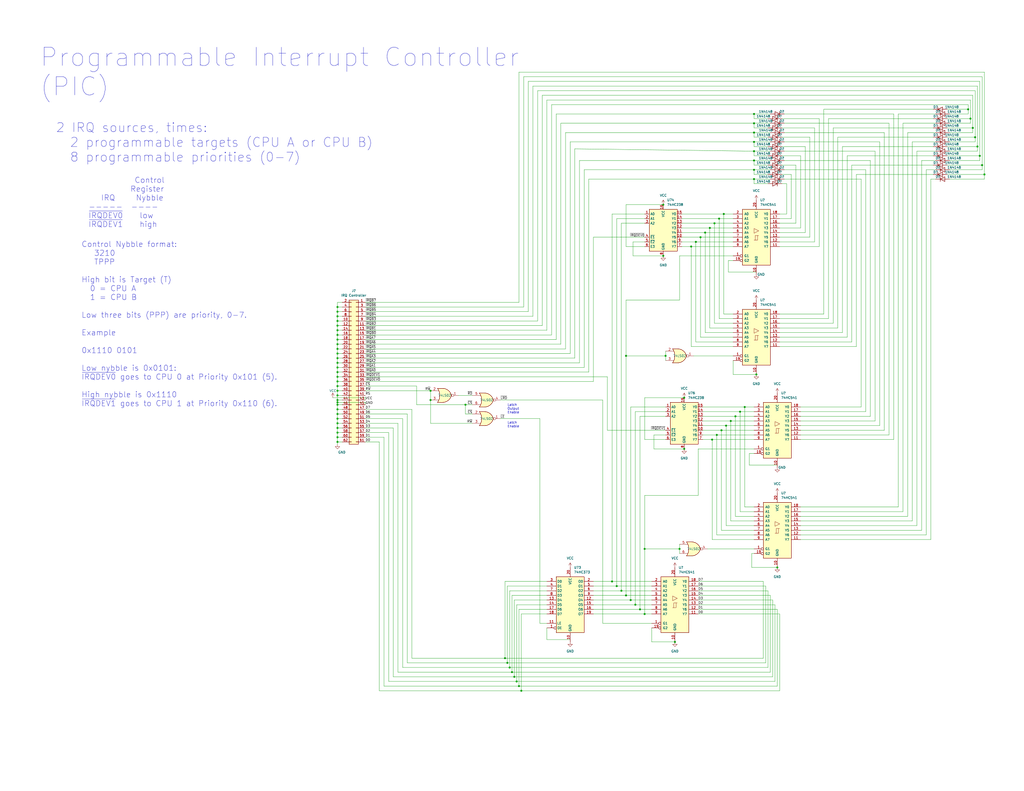
<source format=kicad_sch>
(kicad_sch (version 20211123) (generator eeschema)
  (paper "C")
  (junction (at 388.62 240.03))
  (junction (at 184.15 241.3))
  (junction (at 424.18 309.88))
  (junction (at 373.38 217.17))
  (junction (at 412.75 204.47))
  (junction (at 184.15 198.12))
  (junction (at 184.15 187.96))
  (junction (at 411.48 72.39))
  (junction (at 349.25 332.74))
  (junction (at 361.95 111.76))
  (junction (at 341.63 325.12))
  (junction (at 401.32 227.33))
  (junction (at 351.79 299.72))
  (junction (at 370.84 299.72))
  (junction (at 184.15 205.74))
  (junction (at 184.15 175.26))
  (junction (at 184.15 226.06))
  (junction (at 396.24 232.41))
  (junction (at 336.55 320.04))
  (junction (at 184.15 228.6))
  (junction (at 184.15 180.34))
  (junction (at 535.94 90.17))
  (junction (at 184.15 170.18))
  (junction (at 184.15 231.14))
  (junction (at 411.48 67.31))
  (junction (at 184.15 219.71))
  (junction (at 528.32 59.69))
  (junction (at 234.95 218.44))
  (junction (at 363.22 194.31))
  (junction (at 281.94 372.11))
  (junction (at 184.15 223.52))
  (junction (at 184.15 236.22))
  (junction (at 351.79 335.28))
  (junction (at 394.97 116.84))
  (junction (at 341.63 194.31))
  (junction (at 184.15 177.8))
  (junction (at 406.4 222.25))
  (junction (at 184.15 200.66))
  (junction (at 184.15 215.9))
  (junction (at 234.95 213.36))
  (junction (at 184.15 190.5))
  (junction (at 184.15 193.04))
  (junction (at 382.27 129.54))
  (junction (at 184.15 233.68))
  (junction (at 537.21 95.25))
  (junction (at 411.48 97.79))
  (junction (at 393.7 234.95))
  (junction (at 529.59 64.77))
  (junction (at 403.86 224.79))
  (junction (at 184.15 195.58))
  (junction (at 254 220.98))
  (junction (at 411.48 82.55))
  (junction (at 387.35 124.46))
  (junction (at 339.09 322.58))
  (junction (at 184.15 213.36))
  (junction (at 278.13 364.49))
  (junction (at 283.21 374.65))
  (junction (at 411.48 92.71))
  (junction (at 184.15 238.76))
  (junction (at 368.3 350.52))
  (junction (at 411.48 77.47))
  (junction (at 373.38 245.11))
  (junction (at 389.89 121.92))
  (junction (at 411.48 62.23))
  (junction (at 276.86 361.95))
  (junction (at 184.15 185.42))
  (junction (at 184.15 203.2))
  (junction (at 344.17 327.66))
  (junction (at 530.86 69.85))
  (junction (at 184.15 182.88))
  (junction (at 184.15 210.82))
  (junction (at 532.13 74.93))
  (junction (at 279.4 367.03))
  (junction (at 377.19 134.62))
  (junction (at 184.15 218.44))
  (junction (at 280.67 369.57))
  (junction (at 392.43 119.38))
  (junction (at 184.15 167.64))
  (junction (at 284.48 377.19))
  (junction (at 184.15 172.72))
  (junction (at 384.81 127))
  (junction (at 184.15 208.28))
  (junction (at 184.15 220.98))
  (junction (at 411.48 87.63))
  (junction (at 379.73 132.08))
  (junction (at 361.95 139.7))
  (junction (at 334.01 317.5))
  (junction (at 398.78 229.87))
  (junction (at 346.71 330.2))
  (junction (at 534.67 85.09))
  (junction (at 533.4 80.01))
  (junction (at 391.16 237.49))
  (junction (at 275.59 359.41))
  (wire (pts (xy 234.95 213.36) (xy 234.95 218.44)))
  (wire (pts (xy 436.88 224.79) (xy 472.44 224.79)))
  (wire (pts (xy 349.25 227.33) (xy 349.25 332.74)))
  (wire (pts (xy 530.86 69.85) (xy 530.86 52.07)))
  (wire (pts (xy 341.63 111.76) (xy 361.95 111.76)))
  (wire (pts (xy 334.01 116.84) (xy 334.01 317.5)))
  (wire (pts (xy 184.15 175.26) (xy 184.15 177.8)))
  (wire (pts (xy 345.44 132.08) (xy 345.44 139.7)))
  (wire (pts (xy 323.85 335.28) (xy 351.79 335.28)))
  (wire (pts (xy 184.15 219.71) (xy 199.39 219.71)))
  (wire (pts (xy 276.86 320.04) (xy 276.86 361.95)))
  (wire (pts (xy 532.13 74.93) (xy 532.13 77.47)))
  (wire (pts (xy 411.48 237.49) (xy 391.16 237.49)))
  (wire (pts (xy 411.48 222.25) (xy 406.4 222.25)))
  (wire (pts (xy 434.34 90.17) (xy 434.34 121.92)))
  (wire (pts (xy 382.27 184.15) (xy 382.27 129.54)))
  (wire (pts (xy 184.15 170.18) (xy 186.69 170.18)))
  (wire (pts (xy 311.15 349.25) (xy 298.45 349.25)))
  (wire (pts (xy 184.15 238.76) (xy 184.15 241.3)))
  (wire (pts (xy 400.05 134.62) (xy 377.19 134.62)))
  (wire (pts (xy 184.15 210.82) (xy 186.69 210.82)))
  (wire (pts (xy 411.48 87.63) (xy 411.48 90.17)))
  (wire (pts (xy 436.88 284.48) (xy 497.84 284.48)))
  (wire (pts (xy 400.05 179.07) (xy 387.35 179.07)))
  (wire (pts (xy 279.4 325.12) (xy 298.45 325.12)))
  (wire (pts (xy 184.15 215.9) (xy 186.69 215.9)))
  (wire (pts (xy 482.6 72.39) (xy 482.6 234.95)))
  (wire (pts (xy 351.79 299.72) (xy 370.84 299.72)))
  (wire (pts (xy 534.67 85.09) (xy 534.67 44.45)))
  (wire (pts (xy 184.15 187.96) (xy 186.69 187.96)))
  (wire (pts (xy 346.71 224.79) (xy 346.71 330.2)))
  (wire (pts (xy 420.4343 72.39) (xy 411.48 72.39)))
  (wire (pts (xy 436.88 276.86) (xy 490.22 276.86)))
  (wire (pts (xy 290.83 46.99) (xy 290.83 172.72)))
  (wire (pts (xy 341.63 194.31) (xy 363.22 194.31)))
  (wire (pts (xy 370.84 139.7) (xy 400.05 139.7)))
  (wire (pts (xy 508 97.79) (xy 508 294.64)))
  (wire (pts (xy 411.48 97.79) (xy 411.48 100.33)))
  (wire (pts (xy 469.9 97.79) (xy 469.9 222.25)))
  (wire (pts (xy 477.52 82.55) (xy 477.52 229.87)))
  (wire (pts (xy 419.1 322.58) (xy 419.1 364.49)))
  (wire (pts (xy 464.82 90.17) (xy 464.82 186.69)))
  (wire (pts (xy 516.89 95.25) (xy 537.21 95.25)))
  (wire (pts (xy 425.45 181.61) (xy 459.74 181.61)))
  (wire (pts (xy 411.48 92.71) (xy 411.48 95.25)))
  (wire (pts (xy 516.89 80.01) (xy 533.4 80.01)))
  (wire (pts (xy 425.45 184.15) (xy 462.28 184.15)))
  (wire (pts (xy 436.88 294.64) (xy 508 294.64)))
  (wire (pts (xy 502.92 87.63) (xy 502.92 289.56)))
  (wire (pts (xy 254 220.98) (xy 254 226.06)))
  (wire (pts (xy 454.66 69.85) (xy 454.66 176.53)))
  (wire (pts (xy 480.06 77.47) (xy 427.99 77.47)))
  (wire (pts (xy 436.88 229.87) (xy 477.52 229.87)))
  (wire (pts (xy 184.15 198.12) (xy 184.15 200.66)))
  (wire (pts (xy 400.05 142.24) (xy 397.51 142.24)))
  (wire (pts (xy 378.46 194.31) (xy 400.05 194.31)))
  (wire (pts (xy 199.39 236.22) (xy 212.09 236.22)))
  (wire (pts (xy 184.15 172.72) (xy 184.15 175.26)))
  (wire (pts (xy 275.59 317.5) (xy 275.59 359.41)))
  (wire (pts (xy 406.4 222.25) (xy 406.4 276.86)))
  (wire (pts (xy 485.14 67.31) (xy 485.14 237.49)))
  (wire (pts (xy 278.13 322.58) (xy 298.45 322.58)))
  (wire (pts (xy 303.53 62.23) (xy 303.53 185.42)))
  (wire (pts (xy 425.45 335.28) (xy 425.45 377.19)))
  (wire (pts (xy 509.27 90.17) (xy 464.82 90.17)))
  (wire (pts (xy 411.48 92.71) (xy 318.77 92.71)))
  (wire (pts (xy 397.51 142.24) (xy 397.51 148.59)))
  (wire (pts (xy 184.15 187.96) (xy 184.15 190.5)))
  (wire (pts (xy 389.89 176.53) (xy 389.89 121.92)))
  (wire (pts (xy 351.79 217.17) (xy 373.38 217.17)))
  (wire (pts (xy 505.46 92.71) (xy 505.46 292.1)))
  (wire (pts (xy 199.39 219.71) (xy 199.39 220.98)))
  (wire (pts (xy 283.21 332.74) (xy 283.21 374.65)))
  (wire (pts (xy 439.42 80.01) (xy 439.42 127)))
  (wire (pts (xy 339.09 121.92) (xy 351.79 121.92)))
  (wire (pts (xy 420.37 82.55) (xy 411.48 82.55)))
  (wire (pts (xy 184.15 215.9) (xy 184.15 218.44)))
  (wire (pts (xy 227.33 220.98) (xy 254 220.98)))
  (wire (pts (xy 425.45 116.84) (xy 429.26 116.84)))
  (wire (pts (xy 429.26 100.33) (xy 429.26 116.84)))
  (wire (pts (xy 199.39 217.17) (xy 199.39 218.44)))
  (wire (pts (xy 372.11 129.54) (xy 382.27 129.54)))
  (wire (pts (xy 400.05 127) (xy 384.81 127)))
  (wire (pts (xy 452.12 64.77) (xy 509.27 64.77)))
  (wire (pts (xy 328.93 218.44) (xy 328.93 340.36)))
  (wire (pts (xy 323.85 325.12) (xy 341.63 325.12)))
  (wire (pts (xy 411.48 240.03) (xy 388.62 240.03)))
  (wire (pts (xy 537.21 39.37) (xy 283.21 39.37)))
  (wire (pts (xy 227.33 210.82) (xy 227.33 220.98)))
  (wire (pts (xy 485.14 67.31) (xy 427.99 67.31)))
  (wire (pts (xy 401.32 281.94) (xy 401.32 227.33)))
  (wire (pts (xy 467.36 95.25) (xy 467.36 189.23)))
  (wire (pts (xy 495.3 72.39) (xy 495.3 281.94)))
  (wire (pts (xy 431.8 95.25) (xy 426.72 95.25)))
  (wire (pts (xy 419.1 64.77) (xy 411.48 64.77)))
  (wire (pts (xy 184.15 219.71) (xy 184.15 220.98)))
  (wire (pts (xy 278.13 364.49) (xy 419.1 364.49)))
  (wire (pts (xy 372.11 134.62) (xy 377.19 134.62)))
  (wire (pts (xy 351.79 270.51) (xy 351.79 299.72)))
  (wire (pts (xy 184.15 231.14) (xy 184.15 233.68)))
  (wire (pts (xy 363.22 234.95) (xy 331.47 234.95)))
  (wire (pts (xy 394.97 171.45) (xy 400.05 171.45)))
  (wire (pts (xy 199.39 203.2) (xy 321.31 203.2)))
  (wire (pts (xy 537.21 95.25) (xy 537.21 39.37)))
  (wire (pts (xy 276.86 320.04) (xy 298.45 320.04)))
  (wire (pts (xy 217.17 367.03) (xy 279.4 367.03)))
  (wire (pts (xy 349.25 227.33) (xy 363.22 227.33)))
  (wire (pts (xy 184.15 195.58) (xy 184.15 198.12)))
  (wire (pts (xy 184.15 238.76) (xy 186.69 238.76)))
  (wire (pts (xy 530.86 72.39) (xy 518.16 72.39)))
  (wire (pts (xy 184.15 213.36) (xy 186.69 213.36)))
  (wire (pts (xy 400.05 189.23) (xy 377.19 189.23)))
  (wire (pts (xy 467.36 95.25) (xy 509.27 95.25)))
  (wire (pts (xy 184.15 241.3) (xy 184.15 242.57)))
  (wire (pts (xy 436.88 279.4) (xy 492.76 279.4)))
  (wire (pts (xy 199.39 185.42) (xy 303.53 185.42)))
  (wire (pts (xy 184.15 203.2) (xy 186.69 203.2)))
  (wire (pts (xy 424.18 332.74) (xy 424.18 374.65)))
  (wire (pts (xy 356.87 237.49) (xy 356.87 245.11)))
  (wire (pts (xy 184.15 185.42) (xy 186.69 185.42)))
  (wire (pts (xy 341.63 163.83) (xy 370.84 163.83)))
  (wire (pts (xy 316.23 87.63) (xy 316.23 198.12)))
  (wire (pts (xy 351.79 335.28) (xy 355.6 335.28)))
  (wire (pts (xy 408.94 254) (xy 424.18 254)))
  (wire (pts (xy 411.48 72.39) (xy 308.61 72.39)))
  (wire (pts (xy 400.05 186.69) (xy 379.73 186.69)))
  (wire (pts (xy 411.48 62.23) (xy 411.48 64.77)))
  (wire (pts (xy 411.48 87.63) (xy 316.23 87.63)))
  (wire (pts (xy 400.05 132.08) (xy 379.73 132.08)))
  (wire (pts (xy 411.48 77.47) (xy 411.48 80.01)))
  (wire (pts (xy 339.09 322.58) (xy 355.6 322.58)))
  (wire (pts (xy 454.66 69.85) (xy 509.27 69.85)))
  (wire (pts (xy 279.4 367.03) (xy 420.37 367.03)))
  (wire (pts (xy 425.45 127) (xy 439.42 127)))
  (wire (pts (xy 397.51 148.59) (xy 412.75 148.59)))
  (wire (pts (xy 184.15 226.06) (xy 184.15 228.6)))
  (wire (pts (xy 436.88 85.09) (xy 436.88 124.46)))
  (wire (pts (xy 516.89 74.93) (xy 532.13 74.93)))
  (wire (pts (xy 370.84 139.7) (xy 370.84 163.83)))
  (wire (pts (xy 529.59 64.77) (xy 529.59 54.61)))
  (wire (pts (xy 184.15 170.18) (xy 184.15 172.72)))
  (wire (pts (xy 487.68 62.23) (xy 487.68 240.03)))
  (wire (pts (xy 199.39 226.06) (xy 222.25 226.06)))
  (wire (pts (xy 462.28 85.09) (xy 462.28 184.15)))
  (wire (pts (xy 341.63 325.12) (xy 355.6 325.12)))
  (wire (pts (xy 492.76 67.31) (xy 510.54 67.31)))
  (wire (pts (xy 533.4 80.01) (xy 533.4 46.99)))
  (wire (pts (xy 184.15 165.1) (xy 184.15 167.64)))
  (wire (pts (xy 184.15 228.6) (xy 184.15 231.14)))
  (wire (pts (xy 381 327.66) (xy 421.64 327.66)))
  (wire (pts (xy 426.72 69.85) (xy 444.5 69.85)))
  (wire (pts (xy 492.76 67.31) (xy 492.76 279.4)))
  (wire (pts (xy 222.25 226.06) (xy 222.25 361.95)))
  (wire (pts (xy 411.48 281.94) (xy 401.32 281.94)))
  (wire (pts (xy 379.73 186.69) (xy 379.73 132.08)))
  (wire (pts (xy 199.39 228.6) (xy 219.71 228.6)))
  (wire (pts (xy 280.67 327.66) (xy 298.45 327.66)))
  (wire (pts (xy 323.85 330.2) (xy 346.71 330.2)))
  (wire (pts (xy 425.45 134.62) (xy 447.04 134.62)))
  (wire (pts (xy 509.27 80.01) (xy 459.74 80.01)))
  (wire (pts (xy 400.05 129.54) (xy 382.27 129.54)))
  (wire (pts (xy 436.88 222.25) (xy 469.9 222.25)))
  (wire (pts (xy 199.39 172.72) (xy 290.83 172.72)))
  (wire (pts (xy 184.15 208.28) (xy 186.69 208.28)))
  (wire (pts (xy 199.39 193.04) (xy 311.15 193.04)))
  (wire (pts (xy 355.6 350.52) (xy 368.3 350.52)))
  (wire (pts (xy 411.48 284.48) (xy 398.78 284.48)))
  (wire (pts (xy 534.67 44.45) (xy 288.29 44.45)))
  (wire (pts (xy 425.45 121.92) (xy 434.34 121.92)))
  (wire (pts (xy 234.95 231.14) (xy 257.81 231.14)))
  (wire (pts (xy 411.48 224.79) (xy 403.86 224.79)))
  (wire (pts (xy 254 220.98) (xy 257.81 220.98)))
  (wire (pts (xy 351.79 132.08) (xy 345.44 132.08)))
  (wire (pts (xy 181.61 217.17) (xy 199.39 217.17)))
  (wire (pts (xy 396.24 287.02) (xy 396.24 232.41)))
  (wire (pts (xy 184.15 198.12) (xy 186.69 198.12)))
  (wire (pts (xy 516.89 90.17) (xy 535.94 90.17)))
  (wire (pts (xy 331.47 205.74) (xy 331.47 234.95)))
  (wire (pts (xy 199.39 165.1) (xy 283.21 165.1)))
  (wire (pts (xy 372.11 116.84) (xy 394.97 116.84)))
  (wire (pts (xy 323.85 327.66) (xy 344.17 327.66)))
  (wire (pts (xy 441.96 74.93) (xy 426.7843 74.93)))
  (wire (pts (xy 487.68 62.23) (xy 427.99 62.23)))
  (wire (pts (xy 199.39 238.76) (xy 209.55 238.76)))
  (wire (pts (xy 351.79 299.72) (xy 351.79 335.28)))
  (wire (pts (xy 490.22 62.23) (xy 510.54 62.23)))
  (wire (pts (xy 436.88 292.1) (xy 505.46 292.1)))
  (wire (pts (xy 184.15 180.34) (xy 186.69 180.34)))
  (wire (pts (xy 341.63 134.62) (xy 341.63 111.76)))
  (wire (pts (xy 444.5 69.85) (xy 444.5 132.08)))
  (wire (pts (xy 336.55 119.38) (xy 336.55 320.04)))
  (wire (pts (xy 199.39 175.26) (xy 293.37 175.26)))
  (wire (pts (xy 386.08 299.72) (xy 411.48 299.72)))
  (wire (pts (xy 420.37 62.23) (xy 411.48 62.23)))
  (wire (pts (xy 184.15 228.6) (xy 186.69 228.6)))
  (wire (pts (xy 283.21 39.37) (xy 283.21 165.1)))
  (wire (pts (xy 528.32 59.69) (xy 516.89 59.69)))
  (wire (pts (xy 400.05 181.61) (xy 384.81 181.61)))
  (wire (pts (xy 411.48 289.56) (xy 393.7 289.56)))
  (wire (pts (xy 184.15 205.74) (xy 186.69 205.74)))
  (wire (pts (xy 518.16 97.79) (xy 537.21 97.79)))
  (wire (pts (xy 199.39 180.34) (xy 298.45 180.34)))
  (wire (pts (xy 411.48 67.31) (xy 306.07 67.31)))
  (wire (pts (xy 528.32 59.69) (xy 528.32 57.15)))
  (wire (pts (xy 363.22 194.31) (xy 363.22 196.85)))
  (wire (pts (xy 420.37 97.79) (xy 411.48 97.79)))
  (wire (pts (xy 199.39 198.12) (xy 316.23 198.12)))
  (wire (pts (xy 509.27 85.09) (xy 462.28 85.09)))
  (wire (pts (xy 400.05 124.46) (xy 387.35 124.46)))
  (wire (pts (xy 431.8 95.25) (xy 431.8 119.38)))
  (wire (pts (xy 436.88 240.03) (xy 487.68 240.03)))
  (wire (pts (xy 419.1 95.25) (xy 411.48 95.25)))
  (wire (pts (xy 356.87 245.11) (xy 373.38 245.11)))
  (wire (pts (xy 363.22 224.79) (xy 346.71 224.79)))
  (wire (pts (xy 294.64 228.6) (xy 294.64 340.36)))
  (wire (pts (xy 400.05 196.85) (xy 400.05 204.47)))
  (wire (pts (xy 417.83 320.04) (xy 417.83 361.95)))
  (wire (pts (xy 452.12 64.77) (xy 452.12 173.99)))
  (wire (pts (xy 480.06 77.47) (xy 480.06 232.41)))
  (wire (pts (xy 383.54 227.33) (xy 401.32 227.33)))
  (wire (pts (xy 391.16 292.1) (xy 391.16 237.49)))
  (wire (pts (xy 288.29 44.45) (xy 288.29 170.18)))
  (wire (pts (xy 199.39 170.18) (xy 288.29 170.18)))
  (wire (pts (xy 510.54 82.55) (xy 500.38 82.55)))
  (wire (pts (xy 344.17 327.66) (xy 355.6 327.66)))
  (wire (pts (xy 323.85 320.04) (xy 336.55 320.04)))
  (wire (pts (xy 351.79 270.51) (xy 381 270.51)))
  (wire (pts (xy 351.79 134.62) (xy 341.63 134.62)))
  (wire (pts (xy 184.15 182.88) (xy 186.69 182.88)))
  (wire (pts (xy 383.54 237.49) (xy 391.16 237.49)))
  (wire (pts (xy 184.15 208.28) (xy 184.15 210.82)))
  (wire (pts (xy 298.45 54.61) (xy 298.45 180.34)))
  (wire (pts (xy 411.48 100.33) (xy 419.1 100.33)))
  (wire (pts (xy 384.81 181.61) (xy 384.81 127)))
  (wire (pts (xy 400.05 173.99) (xy 392.43 173.99)))
  (wire (pts (xy 280.67 369.57) (xy 214.63 369.57)))
  (wire (pts (xy 283.21 332.74) (xy 298.45 332.74)))
  (wire (pts (xy 372.11 127) (xy 384.81 127)))
  (wire (pts (xy 278.13 322.58) (xy 278.13 364.49)))
  (wire (pts (xy 400.05 121.92) (xy 389.89 121.92)))
  (wire (pts (xy 281.94 330.2) (xy 298.45 330.2)))
  (wire (pts (xy 420.37 67.31) (xy 411.48 67.31)))
  (wire (pts (xy 411.48 227.33) (xy 401.32 227.33)))
  (wire (pts (xy 509.27 59.69) (xy 449.58 59.69)))
  (wire (pts (xy 184.15 193.04) (xy 184.15 195.58)))
  (wire (pts (xy 411.48 97.79) (xy 321.31 97.79)))
  (wire (pts (xy 411.48 62.23) (xy 303.53 62.23)))
  (wire (pts (xy 416.56 317.5) (xy 416.56 359.41)))
  (wire (pts (xy 184.15 218.44) (xy 184.15 219.71)))
  (wire (pts (xy 250.19 215.9) (xy 257.81 215.9)))
  (wire (pts (xy 434.34 90.17) (xy 426.72 90.17)))
  (wire (pts (xy 411.48 229.87) (xy 398.78 229.87)))
  (wire (pts (xy 381 322.58) (xy 419.1 322.58)))
  (wire (pts (xy 381 320.04) (xy 417.83 320.04)))
  (wire (pts (xy 529.59 64.77) (xy 529.59 67.31)))
  (wire (pts (xy 370.84 299.72) (xy 370.84 302.26)))
  (wire (pts (xy 472.44 92.71) (xy 427.99 92.71)))
  (wire (pts (xy 318.77 92.71) (xy 318.77 200.66)))
  (wire (pts (xy 300.99 57.15) (xy 300.99 182.88)))
  (wire (pts (xy 184.15 165.1) (xy 186.69 165.1)))
  (wire (pts (xy 351.79 119.38) (xy 336.55 119.38)))
  (wire (pts (xy 199.39 190.5) (xy 308.61 190.5)))
  (wire (pts (xy 344.17 222.25) (xy 363.22 222.25)))
  (wire (pts (xy 184.15 180.34) (xy 184.15 182.88)))
  (wire (pts (xy 273.05 228.6) (xy 294.64 228.6)))
  (wire (pts (xy 199.39 233.68) (xy 214.63 233.68)))
  (wire (pts (xy 393.7 289.56) (xy 393.7 234.95)))
  (wire (pts (xy 279.4 325.12) (xy 279.4 367.03)))
  (wire (pts (xy 184.15 195.58) (xy 186.69 195.58)))
  (wire (pts (xy 199.39 195.58) (xy 313.69 195.58)))
  (wire (pts (xy 313.69 81.28) (xy 313.69 195.58)))
  (wire (pts (xy 436.88 234.95) (xy 482.6 234.95)))
  (wire (pts (xy 281.94 330.2) (xy 281.94 372.11)))
  (wire (pts (xy 425.45 129.54) (xy 441.96 129.54)))
  (wire (pts (xy 457.2 74.93) (xy 457.2 179.07)))
  (wire (pts (xy 184.15 205.74) (xy 184.15 208.28)))
  (wire (pts (xy 207.01 241.3) (xy 207.01 377.19)))
  (wire (pts (xy 184.15 236.22) (xy 186.69 236.22)))
  (wire (pts (xy 199.39 213.36) (xy 234.95 213.36)))
  (wire (pts (xy 311.15 77.47) (xy 311.15 193.04)))
  (wire (pts (xy 392.43 119.38) (xy 392.43 173.99)))
  (wire (pts (xy 214.63 233.68) (xy 214.63 369.57)))
  (wire (pts (xy 447.04 64.77) (xy 447.04 134.62)))
  (wire (pts (xy 529.59 54.61) (xy 298.45 54.61)))
  (wire (pts (xy 184.15 210.82) (xy 184.15 213.36)))
  (wire (pts (xy 381 332.74) (xy 424.18 332.74)))
  (wire (pts (xy 219.71 228.6) (xy 219.71 364.49)))
  (wire (pts (xy 377.19 189.23) (xy 377.19 134.62)))
  (wire (pts (xy 381 245.11) (xy 411.48 245.11)))
  (wire (pts (xy 419.1 80.01) (xy 411.48 80.01)))
  (wire (pts (xy 516.89 64.77) (xy 529.59 64.77)))
  (wire (pts (xy 351.79 240.03) (xy 351.79 217.17)))
  (wire (pts (xy 212.09 236.22) (xy 212.09 372.11)))
  (wire (pts (xy 184.15 200.66) (xy 184.15 203.2)))
  (wire (pts (xy 234.95 218.44) (xy 234.95 231.14)))
  (wire (pts (xy 184.15 233.68) (xy 184.15 236.22)))
  (wire (pts (xy 184.15 167.64) (xy 184.15 170.18)))
  (wire (pts (xy 323.85 129.54) (xy 323.85 208.28)))
  (wire (pts (xy 184.15 203.2) (xy 184.15 205.74)))
  (wire (pts (xy 411.48 279.4) (xy 403.86 279.4)))
  (wire (pts (xy 400.05 116.84) (xy 394.97 116.84)))
  (wire (pts (xy 306.07 67.31) (xy 306.07 187.96)))
  (wire (pts (xy 341.63 163.83) (xy 341.63 194.31)))
  (wire (pts (xy 275.59 359.41) (xy 416.56 359.41)))
  (wire (pts (xy 509.27 74.93) (xy 457.2 74.93)))
  (wire (pts (xy 383.54 229.87) (xy 398.78 229.87)))
  (wire (pts (xy 184.15 182.88) (xy 184.15 185.42)))
  (wire (pts (xy 528.32 57.15) (xy 300.99 57.15)))
  (wire (pts (xy 436.88 289.56) (xy 502.92 289.56)))
  (wire (pts (xy 323.85 317.5) (xy 334.01 317.5)))
  (wire (pts (xy 184.15 175.26) (xy 186.69 175.26)))
  (wire (pts (xy 472.44 92.71) (xy 472.44 224.79)))
  (wire (pts (xy 474.98 87.63) (xy 474.98 227.33)))
  (wire (pts (xy 308.61 72.39) (xy 308.61 190.5)))
  (wire (pts (xy 411.48 82.55) (xy 313.69 81.28)))
  (wire (pts (xy 381 325.12) (xy 420.37 325.12)))
  (wire (pts (xy 372.11 121.92) (xy 389.89 121.92)))
  (wire (pts (xy 510.54 77.47) (xy 497.84 77.47)))
  (wire (pts (xy 411.48 232.41) (xy 396.24 232.41)))
  (wire (pts (xy 516.89 85.09) (xy 534.67 85.09)))
  (wire (pts (xy 184.15 190.5) (xy 184.15 193.04)))
  (wire (pts (xy 184.15 213.36) (xy 184.15 215.9)))
  (wire (pts (xy 406.4 276.86) (xy 411.48 276.86)))
  (wire (pts (xy 184.15 218.44) (xy 186.69 218.44)))
  (wire (pts (xy 411.48 67.31) (xy 411.48 69.85)))
  (wire (pts (xy 224.79 223.52) (xy 224.79 359.41)))
  (wire (pts (xy 372.11 132.08) (xy 379.73 132.08)))
  (wire (pts (xy 184.15 231.14) (xy 186.69 231.14)))
  (wire (pts (xy 199.39 187.96) (xy 306.07 187.96)))
  (wire (pts (xy 370.84 297.18) (xy 370.84 299.72)))
  (wire (pts (xy 199.39 210.82) (xy 227.33 210.82)))
  (wire (pts (xy 283.21 374.65) (xy 209.55 374.65)))
  (wire (pts (xy 355.6 342.9) (xy 355.6 350.52)))
  (wire (pts (xy 199.39 177.8) (xy 295.91 177.8)))
  (wire (pts (xy 425.45 173.99) (xy 452.12 173.99)))
  (wire (pts (xy 403.86 224.79) (xy 383.54 224.79)))
  (wire (pts (xy 209.55 238.76) (xy 209.55 374.65)))
  (wire (pts (xy 436.88 227.33) (xy 474.98 227.33)))
  (wire (pts (xy 497.84 77.47) (xy 497.84 284.48)))
  (wire (pts (xy 424.18 309.88) (xy 410.21 309.88)))
  (wire (pts (xy 381 335.28) (xy 425.45 335.28)))
  (wire (pts (xy 278.13 364.49) (xy 219.71 364.49)))
  (wire (pts (xy 284.48 377.19) (xy 425.45 377.19)))
  (wire (pts (xy 345.44 139.7) (xy 361.95 139.7)))
  (wire (pts (xy 419.1 90.17) (xy 411.48 90.17)))
  (wire (pts (xy 508 97.79) (xy 510.54 97.79)))
  (wire (pts (xy 224.79 359.41) (xy 275.59 359.41)))
  (wire (pts (xy 419.1643 74.93) (xy 411.48 74.93)))
  (wire (pts (xy 381 330.2) (xy 422.91 330.2)))
  (wire (pts (xy 328.93 340.36) (xy 355.6 340.36)))
  (wire (pts (xy 528.32 59.69) (xy 528.32 62.23)))
  (wire (pts (xy 341.63 194.31) (xy 341.63 325.12)))
  (wire (pts (xy 411.48 287.02) (xy 396.24 287.02)))
  (wire (pts (xy 400.05 119.38) (xy 392.43 119.38)))
  (wire (pts (xy 436.88 237.49) (xy 485.14 237.49)))
  (wire (pts (xy 436.88 85.09) (xy 426.72 85.09)))
  (wire (pts (xy 510.54 87.63) (xy 502.92 87.63)))
  (wire (pts (xy 334.01 116.84) (xy 351.79 116.84)))
  (wire (pts (xy 425.45 189.23) (xy 467.36 189.23)))
  (wire (pts (xy 199.39 167.64) (xy 285.75 167.64)))
  (wire (pts (xy 403.86 224.79) (xy 403.86 279.4)))
  (wire (pts (xy 459.74 80.01) (xy 459.74 181.61)))
  (wire (pts (xy 425.45 171.45) (xy 449.58 171.45)))
  (wire (pts (xy 334.01 317.5) (xy 355.6 317.5)))
  (wire (pts (xy 439.42 80.01) (xy 426.72 80.01)))
  (wire (pts (xy 537.21 95.25) (xy 537.21 97.79)))
  (wire (pts (xy 534.67 85.09) (xy 534.67 87.63)))
  (wire (pts (xy 321.31 97.79) (xy 321.31 203.2)))
  (wire (pts (xy 275.59 317.5) (xy 298.45 317.5)))
  (wire (pts (xy 276.86 361.95) (xy 417.83 361.95)))
  (wire (pts (xy 383.54 222.25) (xy 406.4 222.25)))
  (wire (pts (xy 280.67 327.66) (xy 280.67 369.57)))
  (wire (pts (xy 419.1 85.09) (xy 411.48 85.09)))
  (wire (pts (xy 280.67 369.57) (xy 421.64 369.57)))
  (wire (pts (xy 184.15 193.04) (xy 186.69 193.04)))
  (wire (pts (xy 199.39 231.14) (xy 217.17 231.14)))
  (wire (pts (xy 425.45 186.69) (xy 464.82 186.69)))
  (wire (pts (xy 344.17 222.25) (xy 344.17 327.66)))
  (wire (pts (xy 323.85 322.58) (xy 339.09 322.58)))
  (wire (pts (xy 535.94 92.71) (xy 518.16 92.71)))
  (wire (pts (xy 410.21 302.26) (xy 411.48 302.26)))
  (wire (pts (xy 533.4 82.55) (xy 518.16 82.55)))
  (wire (pts (xy 349.25 332.74) (xy 355.6 332.74)))
  (wire (pts (xy 184.15 223.52) (xy 186.69 223.52)))
  (wire (pts (xy 222.25 361.95) (xy 276.86 361.95)))
  (wire (pts (xy 363.22 237.49) (xy 356.87 237.49)))
  (wire (pts (xy 199.39 200.66) (xy 318.77 200.66)))
  (wire (pts (xy 420.37 77.47) (xy 411.48 77.47)))
  (wire (pts (xy 411.48 294.64) (xy 388.62 294.64)))
  (wire (pts (xy 281.94 372.11) (xy 422.91 372.11)))
  (wire (pts (xy 420.37 87.63) (xy 411.48 87.63)))
  (wire (pts (xy 532.13 77.47) (xy 518.16 77.47)))
  (wire (pts (xy 420.37 325.12) (xy 420.37 367.03)))
  (wire (pts (xy 285.75 41.91) (xy 285.75 167.64)))
  (wire (pts (xy 411.48 234.95) (xy 393.7 234.95)))
  (wire (pts (xy 273.05 218.44) (xy 328.93 218.44)))
  (wire (pts (xy 408.94 247.65) (xy 408.94 254)))
  (wire (pts (xy 436.88 232.41) (xy 480.06 232.41)))
  (wire (pts (xy 199.39 223.52) (xy 224.79 223.52)))
  (wire (pts (xy 490.22 62.23) (xy 490.22 276.86)))
  (wire (pts (xy 516.89 69.85) (xy 530.86 69.85)))
  (wire (pts (xy 425.45 176.53) (xy 454.66 176.53)))
  (wire (pts (xy 411.48 77.47) (xy 311.15 77.47)))
  (wire (pts (xy 530.86 69.85) (xy 530.86 72.39)))
  (wire (pts (xy 323.85 332.74) (xy 349.25 332.74)))
  (wire (pts (xy 293.37 49.53) (xy 293.37 175.26)))
  (wire (pts (xy 410.21 309.88) (xy 410.21 302.26)))
  (wire (pts (xy 532.13 49.53) (xy 293.37 49.53)))
  (wire (pts (xy 533.4 46.99) (xy 290.83 46.99)))
  (wire (pts (xy 469.9 97.79) (xy 427.99 97.79)))
  (wire (pts (xy 184.15 172.72) (xy 186.69 172.72)))
  (wire (pts (xy 199.39 241.3) (xy 207.01 241.3)))
  (wire (pts (xy 283.21 374.65) (xy 424.18 374.65)))
  (wire (pts (xy 436.88 287.02) (xy 500.38 287.02)))
  (wire (pts (xy 254 226.06) (xy 257.81 226.06)))
  (wire (pts (xy 411.48 247.65) (xy 408.94 247.65)))
  (wire (pts (xy 363.22 191.77) (xy 363.22 194.31)))
  (wire (pts (xy 383.54 232.41) (xy 396.24 232.41)))
  (wire (pts (xy 295.91 52.07) (xy 295.91 177.8)))
  (wire (pts (xy 411.48 292.1) (xy 391.16 292.1)))
  (wire (pts (xy 400.05 204.47) (xy 412.75 204.47)))
  (wire (pts (xy 535.94 41.91) (xy 285.75 41.91)))
  (wire (pts (xy 184.15 220.98) (xy 184.15 223.52)))
  (wire (pts (xy 388.62 294.64) (xy 388.62 240.03)))
  (wire (pts (xy 381 245.11) (xy 381 270.51)))
  (wire (pts (xy 400.05 176.53) (xy 389.89 176.53)))
  (wire (pts (xy 420.37 92.71) (xy 411.48 92.71)))
  (wire (pts (xy 331.47 205.74) (xy 199.39 205.74)))
  (wire (pts (xy 447.04 64.77) (xy 426.72 64.77)))
  (wire (pts (xy 534.67 87.63) (xy 518.16 87.63)))
  (wire (pts (xy 383.54 240.03) (xy 388.62 240.03)))
  (wire (pts (xy 363.22 240.03) (xy 351.79 240.03)))
  (wire (pts (xy 441.96 74.93) (xy 441.96 129.54)))
  (wire (pts (xy 518.16 62.23) (xy 528.32 62.23)))
  (wire (pts (xy 184.15 233.68) (xy 186.69 233.68)))
  (wire (pts (xy 387.35 179.07) (xy 387.35 124.46)))
  (wire (pts (xy 336.55 320.04) (xy 355.6 320.04)))
  (wire (pts (xy 394.97 116.84) (xy 394.97 171.45)))
  (wire (pts (xy 530.86 52.07) (xy 295.91 52.07)))
  (wire (pts (xy 381 317.5) (xy 416.56 317.5)))
  (wire (pts (xy 426.72 100.33) (xy 429.26 100.33)))
  (wire (pts (xy 351.79 129.54) (xy 323.85 129.54)))
  (wire (pts (xy 184.15 177.8) (xy 186.69 177.8)))
  (wire (pts (xy 372.11 124.46) (xy 387.35 124.46)))
  (wire (pts (xy 184.15 190.5) (xy 186.69 190.5)))
  (wire (pts (xy 422.91 330.2) (xy 422.91 372.11)))
  (wire (pts (xy 436.88 281.94) (xy 495.3 281.94)))
  (wire (pts (xy 184.15 177.8) (xy 184.15 180.34)))
  (wire (pts (xy 184.15 236.22) (xy 184.15 238.76)))
  (wire (pts (xy 425.45 119.38) (xy 431.8 119.38)))
  (wire (pts (xy 510.54 92.71) (xy 505.46 92.71)))
  (wire (pts (xy 298.45 349.25) (xy 298.45 342.9)))
  (wire (pts (xy 199.39 182.88) (xy 300.99 182.88)))
  (wire (pts (xy 383.54 234.95) (xy 393.7 234.95)))
  (wire (pts (xy 411.48 69.85) (xy 419.1 69.85)))
  (wire (pts (xy 184.15 223.52) (xy 184.15 226.06)))
  (wire (pts (xy 449.58 59.69) (xy 449.58 171.45)))
  (wire (pts (xy 217.17 231.14) (xy 217.17 367.03)))
  (wire (pts (xy 532.13 74.93) (xy 532.13 49.53)))
  (wire (pts (xy 535.94 90.17) (xy 535.94 92.71)))
  (wire (pts (xy 184.15 200.66) (xy 186.69 200.66)))
  (wire (pts (xy 398.78 284.48) (xy 398.78 229.87)))
  (wire (pts (xy 477.52 82.55) (xy 427.99 82.55)))
  (wire (pts (xy 346.71 330.2) (xy 355.6 330.2)))
  (wire (pts (xy 184.15 167.64) (xy 186.69 167.64)))
  (wire (pts (xy 294.64 340.36) (xy 298.45 340.36)))
  (wire (pts (xy 474.98 87.63) (xy 427.99 87.63)))
  (wire (pts (xy 482.6 72.39) (xy 428.0543 72.39)))
  (wire (pts (xy 411.48 82.55) (xy 411.48 85.09)))
  (wire (pts (xy 298.45 335.28) (xy 284.48 335.28)))
  (wire (pts (xy 207.01 377.19) (xy 284.48 377.19)))
  (wire (pts (xy 339.09 121.92) (xy 339.09 322.58)))
  (wire (pts (xy 510.54 72.39) (xy 495.3 72.39)))
  (wire (pts (xy 500.38 82.55) (xy 500.38 287.02)))
  (wire (pts (xy 411.48 72.39) (xy 411.48 74.93)))
  (wire (pts (xy 184.15 185.42) (xy 184.15 187.96)))
  (wire (pts (xy 184.15 220.98) (xy 186.69 220.98)))
  (wire (pts (xy 425.45 179.07) (xy 457.2 179.07)))
  (wire (pts (xy 400.05 184.15) (xy 382.27 184.15)))
  (wire (pts (xy 518.16 67.31) (xy 529.59 67.31)))
  (wire (pts (xy 425.45 132.08) (xy 444.5 132.08)))
  (wire (pts (xy 392.43 119.38) (xy 372.11 119.38)))
  (wire (pts (xy 184.15 241.3) (xy 186.69 241.3)))
  (wire (pts (xy 533.4 80.01) (xy 533.4 82.55)))
  (wire (pts (xy 535.94 90.17) (xy 535.94 41.91)))
  (wire (pts (xy 421.64 327.66) (xy 421.64 369.57)))
  (wire (pts (xy 212.09 372.11) (xy 281.94 372.11)))
  (wire (pts (xy 425.45 124.46) (xy 436.88 124.46)))
  (wire (pts (xy 184.15 226.06) (xy 186.69 226.06)))
  (wire (pts (xy 199.39 208.28) (xy 323.85 208.28)))
  (wire (pts (xy 284.48 335.28) (xy 284.48 377.19)))
  (text "Control Nybble format:\n   3210\n   TPPP\n\nHigh bit is Target (T)\n  0 = CPU A\n  1 = CPU B\n\nLow three bits (PPP) are priority, 0-7.\n\nExample\n\n0x1110 0101 \n\nLow nybble is 0x0101: \n~{IRQDEV0} goes to CPU 0 at Priority 0x101 (5).\n\nHigh nybble is 0x1110\n~{IRQDEV1} goes to CPU 1 at Priority 0x110 (6).\n" (at 44.45 222.25 0) (effects (font (size 3 3)) (justify left bottom)))
  (text "           Control \n          Register\n   IRQ     Nybble\n-----  ----\n~{IRQDEV0}    low\n~{IRQDEV1}    high\n" (at 48.26 124.46 0) (effects (font (size 3 3)) (justify left bottom)))
  (text "2 IRQ sources, times:\n  2 programmable targets (CPU A or CPU B)\n  8 programmable priorities (0-7)" (at 30.48 88.9 0) (effects (font (size 5 5)) (justify left bottom)))
  (text "Latch\nEnable" (at 276.86 233.68 0) (effects (font (size 1.27 1.27)) (justify left bottom)))
  (text "Latch\nOutput\nEnable" (at 276.86 226.06 0) (effects (font (size 1.27 1.27)) (justify left bottom)))
  (text "Programmable Interrupt Controller \n(PIC)\n" (at 21.59 53.34 0) (effects (font (size 10 10)) (justify left bottom)))
  (label "~{IRQB5}" (at 199.39 170.18 0))
  (label "~{CS}" (at 199.39 210.82 0))
  (label "D6" (at 199.39 226.06 0))
  (label "D4" (at 381 325.12 0))
  (label "D6" (at 381 320.04 0))
  (label "~{IRQA2}" (at 199.39 198.12 0))
  (label "D4" (at 199.39 231.14 0))
  (label "D2" (at 381 330.2 0))
  (label "~{IRQDEV1}" (at 199.39 205.74 0))
  (label "D3" (at 199.39 233.68 0))
  (label "~{IRQB6}" (at 199.39 167.64 0))
  (label "~{CS}" (at 257.81 226.06 180))
  (label "D1" (at 199.39 238.76 0))
  (label "D5" (at 199.39 228.6 0))
  (label "~{IRQA0}" (at 199.39 203.2 0))
  (label "~{IRQA7}" (at 199.39 185.42 0))
  (label "~{IRQA4}" (at 199.39 193.04 0))
  (label "~{IRQB4}" (at 199.39 172.72 0))
  (label "~{IRQDEV1}" (at 363.22 234.95 180))
  (label "D7" (at 199.39 223.52 0))
  (label "~{LE}" (at 273.05 228.6 0))
  (label "D7" (at 381 317.5 0))
  (label "~{IRQA6}" (at 199.39 187.96 0))
  (label "~{IRQA5}" (at 199.39 190.5 0))
  (label "D0" (at 199.39 241.3 0))
  (label "R~{W}" (at 257.81 231.14 180))
  (label "VCC" (at 199.39 218.44 0))
  (label "R~{W}" (at 199.39 213.36 0))
  (label "D2" (at 199.39 236.22 0))
  (label "~{IRQB1}" (at 199.39 180.34 0))
  (label "~{IRQDEV0}" (at 199.39 208.28 0))
  (label "~{IRQB7}" (at 199.39 165.1 0))
  (label "RS" (at 199.39 215.9 0))
  (label "~{RD}" (at 257.81 215.9 180))
  (label "D5" (at 381 322.58 0))
  (label "~{IRQB3}" (at 199.39 175.26 0))
  (label "D1" (at 381 332.74 0))
  (label "~{IRQA1}" (at 199.39 200.66 0))
  (label "~{LRD}" (at 273.05 218.44 0))
  (label "~{IRQB2}" (at 199.39 177.8 0))
  (label "~{CS}" (at 257.81 220.98 180))
  (label "D0" (at 381 335.28 0))
  (label "~{IRQA3}" (at 199.39 195.58 0))
  (label "~{IRQB0}" (at 199.39 182.88 0))
  (label "GND" (at 199.39 220.98 0))
  (label "D3" (at 381 327.66 0))
  (label "R~{W}" (at 234.95 213.36 180))
  (label "~{IRQDEV0}" (at 351.79 129.54 180))
  (symbol (lib_id "power:VCC") (at 181.61 217.17 0) (unit 1)
    (property "Reference" "#PWR0126" (effects hide))
    (property "Value" "VCC" (at 181.61 213.36 0))
  )
  (symbol (lib_id "Diode:1N4148") (at 424.18 87.63 180) (unit 1)
    (property "Reference" "D?" (at 427.9901 86.36 0) (effects (justify left)))
    (property "Value" "1N4148" (at 421.6401 86.36 0) (effects (justify left)))
    (property "Footprint" "Diode_THT:D_DO-35_SOD27_P7.62mm_Horizontal" (effects hide))
    (property "Datasheet" "https://assets.nexperia.com/documents/data-sheet/1N4148_1N4448.pdf" (effects hide))
  )
  (symbol (lib_id "Diode:1N4148") (at 424.2443 72.39 180) (unit 1)
    (property "Reference" "D?" (at 428.0544 71.12 0) (effects (justify left)))
    (property "Value" "1N4148" (at 421.7044 71.12 0) (effects (justify left)))
    (property "Footprint" "Diode_THT:D_DO-35_SOD27_P7.62mm_Horizontal" (effects hide))
    (property "Datasheet" "https://assets.nexperia.com/documents/data-sheet/1N4148_1N4448.pdf" (effects hide))
  )
  (symbol (lib_id "Diode:1N4148") (at 513.08 74.93 0) (mirror x) (unit 1)
    (property "Reference" "D?" (at 509.2699 73.66 0) (effects (justify left)))
    (property "Value" "1N4148" (at 515.6199 73.66 0) (effects (justify left)))
    (property "Footprint" "Diode_THT:D_DO-35_SOD27_P7.62mm_Horizontal" (effects hide))
    (property "Datasheet" "https://assets.nexperia.com/documents/data-sheet/1N4148_1N4448.pdf" (effects hide))
  )
  (symbol (lib_id "Vega816:74HC541") (at 412.75 129.54 0) (unit 1)
    (property "Reference" "U?" (at 414.7694 109.22 0) (effects (justify left)))
    (property "Value" "74HC541" (at 414.7694 111.76 0) (effects (justify left)))
    (property "Datasheet" "https://www.ti.com/lit/ds/symlink/sn74hc541.pdf" (effects hide))
  )
  (symbol (lib_id "Diode:1N4148") (at 422.91 100.33 180) (unit 1)
    (property "Reference" "D?" (at 426.7201 99.06 0) (effects (justify left)))
    (property "Value" "1N4148" (at 420.3701 99.06 0) (effects (justify left)))
    (property "Footprint" "Diode_THT:D_DO-35_SOD27_P7.62mm_Horizontal" (effects hide))
    (property "Datasheet" "https://assets.nexperia.com/documents/data-sheet/1N4148_1N4448.pdf" (effects hide))
  )
  (symbol (lib_id "74xx:74LS02") (at 242.57 215.9 0) (unit 1)
    (property "Reference" "U68" (effects hide))
    (property "Value" "74LS02" (at 242.57 215.9 0))
    (property "Datasheet" "http://www.ti.com/lit/gpn/sn74ls02" (effects hide))
  )
  (symbol (lib_id "power:VCC") (at 311.15 309.88 0) (unit 1)
    (property "Reference" "#PWR0127" (effects hide))
    (property "Value" "VCC" (at 311.15 304.8 0))
  )
  (symbol (lib_id "Diode:1N4148") (at 513.08 85.09 0) (mirror x) (unit 1)
    (property "Reference" "D?" (at 509.2699 83.82 0) (effects (justify left)))
    (property "Value" "1N4148" (at 515.6199 83.82 0) (effects (justify left)))
    (property "Footprint" "Diode_THT:D_DO-35_SOD27_P7.62mm_Horizontal" (effects hide))
    (property "Datasheet" "https://assets.nexperia.com/documents/data-sheet/1N4148_1N4448.pdf" (effects hide))
  )
  (symbol (lib_id "Vega816:74HC541") (at 424.18 289.56 0) (unit 1)
    (property "Reference" "U?" (at 426.1994 269.24 0) (effects (justify left)))
    (property "Value" "74HC541" (at 426.1994 271.78 0) (effects (justify left)))
    (property "Datasheet" "https://www.ti.com/lit/ds/symlink/sn74hc541.pdf" (effects hide))
  )
  (symbol (lib_name "GND_1") (lib_id "power:GND") (at 424.18 255.27 0) (unit 1)
    (property "Reference" "#PWR0140" (effects hide))
    (property "Value" "GND" (at 426.72 255.27 0))
  )
  (symbol (lib_id "power:GND") (at 184.15 242.57 0) (mirror y) (unit 1)
    (property "Reference" "#PWR0125" (effects hide))
    (property "Value" "GND" (at 186.563 246.9642 0))
  )
  (symbol (lib_name "GND_1") (lib_id "power:GND") (at 412.75 204.47 0) (unit 1)
    (property "Reference" "#PWR0138" (effects hide))
    (property "Value" "GND" (at 412.75 209.55 0))
  )
  (symbol (lib_id "Connector_Generic:Conn_02x31_Odd_Even") (at 194.31 203.2 0) (mirror y) (unit 1)
    (property "Reference" "J?" (at 193.04 158.75 0))
    (property "Value" "IRQ Controller" (at 193.04 161.29 0))
  )
  (symbol (lib_id "74xx:74LS02") (at 265.43 218.44 0) (unit 2)
    (property "Reference" "U65" (effects hide))
    (property "Value" "74LS02" (at 265.43 218.44 0))
    (property "Datasheet" "http://www.ti.com/lit/gpn/sn74ls02" (effects hide))
  )
  (symbol (lib_id "Diode:1N4148") (at 514.35 97.79 0) (mirror x) (unit 1)
    (property "Reference" "D?" (at 510.5399 96.52 0) (effects (justify left)))
    (property "Value" "1N4148" (at 516.8899 96.52 0) (effects (justify left)))
    (property "Footprint" "Diode_THT:D_DO-35_SOD27_P7.62mm_Horizontal" (effects hide))
    (property "Datasheet" "https://assets.nexperia.com/documents/data-sheet/1N4148_1N4448.pdf" (effects hide))
  )
  (symbol (lib_id "Diode:1N4148") (at 424.18 62.23 180) (unit 1)
    (property "Reference" "D?" (at 427.9901 60.96 0) (effects (justify left)))
    (property "Value" "1N4148" (at 421.6401 60.96 0) (effects (justify left)))
    (property "Footprint" "Diode_THT:D_DO-35_SOD27_P7.62mm_Horizontal" (effects hide))
    (property "Datasheet" "https://assets.nexperia.com/documents/data-sheet/1N4148_1N4448.pdf" (effects hide))
  )
  (symbol (lib_id "Diode:1N4148") (at 513.08 69.85 0) (mirror x) (unit 1)
    (property "Reference" "D?" (at 509.2699 68.58 0) (effects (justify left)))
    (property "Value" "1N4148" (at 515.6199 68.58 0) (effects (justify left)))
    (property "Footprint" "Diode_THT:D_DO-35_SOD27_P7.62mm_Horizontal" (effects hide))
    (property "Datasheet" "https://assets.nexperia.com/documents/data-sheet/1N4148_1N4448.pdf" (effects hide))
  )
  (symbol (lib_id "Diode:1N4148") (at 424.18 92.71 180) (unit 1)
    (property "Reference" "D?" (at 427.9901 91.44 0) (effects (justify left)))
    (property "Value" "1N4148" (at 421.6401 91.44 0) (effects (justify left)))
    (property "Footprint" "Diode_THT:D_DO-35_SOD27_P7.62mm_Horizontal" (effects hide))
    (property "Datasheet" "https://assets.nexperia.com/documents/data-sheet/1N4148_1N4448.pdf" (effects hide))
  )
  (symbol (lib_id "74xx:74LS02") (at 370.84 194.31 0) (unit 1)
    (property "Reference" "U?" (effects hide))
    (property "Value" "74LS02" (at 370.84 194.31 0))
    (property "Datasheet" "http://www.ti.com/lit/gpn/sn74ls02" (effects hide))
  )
  (symbol (lib_id "Diode:1N4148") (at 513.08 64.77 0) (mirror x) (unit 1)
    (property "Reference" "D?" (at 509.2699 63.5 0) (effects (justify left)))
    (property "Value" "1N4148" (at 515.6199 63.5 0) (effects (justify left)))
    (property "Footprint" "Diode_THT:D_DO-35_SOD27_P7.62mm_Horizontal" (effects hide))
    (property "Datasheet" "https://assets.nexperia.com/documents/data-sheet/1N4148_1N4448.pdf" (effects hide))
  )
  (symbol (lib_id "Diode:1N4148") (at 422.91 85.09 180) (unit 1)
    (property "Reference" "D?" (at 426.7201 83.82 0) (effects (justify left)))
    (property "Value" "1N4148" (at 420.3701 83.82 0) (effects (justify left)))
    (property "Footprint" "Diode_THT:D_DO-35_SOD27_P7.62mm_Horizontal" (effects hide))
    (property "Datasheet" "https://assets.nexperia.com/documents/data-sheet/1N4148_1N4448.pdf" (effects hide))
  )
  (symbol (lib_id "74xx:74HC238") (at 373.38 232.41 0) (unit 1)
    (property "Reference" "U76" (at 375.3994 214.63 0) (effects (justify left)))
    (property "Value" "74HC238" (at 375.3994 217.17 0) (effects (justify left)))
    (property "Datasheet" "https://www.ti.com/lit/ds/symlink/cd74hc238.pdf" (effects hide))
  )
  (symbol (lib_id "Diode:1N4148") (at 513.08 59.69 0) (mirror x) (unit 1)
    (property "Reference" "D?" (at 509.2699 58.42 0) (effects (justify left)))
    (property "Value" "1N4148" (at 515.6199 58.42 0) (effects (justify left)))
    (property "Footprint" "Diode_THT:D_DO-35_SOD27_P7.62mm_Horizontal" (effects hide))
    (property "Datasheet" "https://assets.nexperia.com/documents/data-sheet/1N4148_1N4448.pdf" (effects hide))
  )
  (symbol (lib_id "74xx:74HC238") (at 361.95 127 0) (unit 1)
    (property "Reference" "U74" (at 363.9694 109.22 0) (effects (justify left)))
    (property "Value" "74HC238" (at 363.9694 111.76 0) (effects (justify left)))
    (property "Datasheet" "https://www.ti.com/lit/ds/symlink/cd74hc238.pdf" (effects hide))
  )
  (symbol (lib_id "power:VCC") (at 412.75 109.22 0) (unit 1)
    (property "Reference" "#PWR0135" (effects hide))
    (property "Value" "VCC" (at 412.75 104.14 0))
  )
  (symbol (lib_id "power:VCC") (at 424.18 269.24 0) (unit 1)
    (property "Reference" "#PWR0141" (effects hide))
    (property "Value" "VCC" (at 424.18 264.16 0))
  )
  (symbol (lib_id "Diode:1N4148") (at 422.9743 74.93 180) (unit 1)
    (property "Reference" "D?" (at 426.7844 73.66 0) (effects (justify left)))
    (property "Value" "1N4148" (at 420.4344 73.66 0) (effects (justify left)))
    (property "Footprint" "Diode_THT:D_DO-35_SOD27_P7.62mm_Horizontal" (effects hide))
    (property "Datasheet" "https://assets.nexperia.com/documents/data-sheet/1N4148_1N4448.pdf" (effects hide))
  )
  (symbol (lib_id "Diode:1N4148") (at 422.91 95.25 180) (unit 1)
    (property "Reference" "D?" (at 426.7201 93.98 0) (effects (justify left)))
    (property "Value" "1N4148" (at 420.3701 93.98 0) (effects (justify left)))
    (property "Footprint" "Diode_THT:D_DO-35_SOD27_P7.62mm_Horizontal" (effects hide))
    (property "Datasheet" "https://assets.nexperia.com/documents/data-sheet/1N4148_1N4448.pdf" (effects hide))
  )
  (symbol (lib_id "Vega816:74HC541") (at 368.3 330.2 0) (unit 1)
    (property "Reference" "U?" (at 370.3194 309.88 0) (effects (justify left)))
    (property "Value" "74HC541" (at 370.3194 312.42 0) (effects (justify left)))
    (property "Datasheet" "https://www.ti.com/lit/ds/symlink/sn74hc541.pdf" (effects hide))
  )
  (symbol (lib_id "Diode:1N4148") (at 514.35 72.39 0) (mirror x) (unit 1)
    (property "Reference" "D?" (at 510.5399 71.12 0) (effects (justify left)))
    (property "Value" "1N4148" (at 516.8899 71.12 0) (effects (justify left)))
    (property "Footprint" "Diode_THT:D_DO-35_SOD27_P7.62mm_Horizontal" (effects hide))
    (property "Datasheet" "https://assets.nexperia.com/documents/data-sheet/1N4148_1N4448.pdf" (effects hide))
  )
  (symbol (lib_id "74xx:74LS02") (at 378.46 299.72 0) (unit 2)
    (property "Reference" "U?" (effects hide))
    (property "Value" "74LS02" (at 378.46 299.72 0))
    (property "Datasheet" "http://www.ti.com/lit/gpn/sn74ls02" (effects hide))
  )
  (symbol (lib_name "GND_1") (lib_id "power:GND") (at 412.75 149.86 0) (unit 1)
    (property "Reference" "#PWR0136" (effects hide))
    (property "Value" "GND" (at 415.29 149.86 0))
  )
  (symbol (lib_id "74xx:74HC373") (at 311.15 330.2 0) (unit 1)
    (property "Reference" "U73" (at 313.1694 309.88 0) (effects (justify left)))
    (property "Value" "74HC373" (at 313.1694 312.42 0) (effects (justify left)))
    (property "Datasheet" "https://www.ti.com/lit/ds/symlink/cd54hc373.pdf" (effects hide))
  )
  (symbol (lib_name "GND_2") (lib_id "power:GND") (at 368.3 350.52 0) (unit 1)
    (property "Reference" "#PWR0132" (effects hide))
    (property "Value" "GND" (at 368.3 355.6 0))
  )
  (symbol (lib_name "GND_2") (lib_id "power:GND") (at 424.18 309.88 0) (unit 1)
    (property "Reference" "#PWR0142" (effects hide))
    (property "Value" "GND" (at 424.18 314.96 0))
  )
  (symbol (lib_id "power:VCC") (at 368.3 309.88 0) (unit 1)
    (property "Reference" "#PWR0131" (effects hide))
    (property "Value" "VCC" (at 368.3 304.8 0))
  )
  (symbol (lib_name "GND_1") (lib_id "power:GND") (at 361.95 139.7 0) (unit 1)
    (property "Reference" "#PWR0130" (effects hide))
    (property "Value" "GND" (at 361.95 144.78 0))
  )
  (symbol (lib_name "GND_1") (lib_id "power:GND") (at 373.38 245.11 0) (unit 1)
    (property "Reference" "#PWR0134" (effects hide))
    (property "Value" "GND" (at 373.38 250.19 0))
  )
  (symbol (lib_id "Diode:1N4148") (at 514.35 77.47 0) (mirror x) (unit 1)
    (property "Reference" "D?" (at 510.5399 76.2 0) (effects (justify left)))
    (property "Value" "1N4148" (at 516.8899 76.2 0) (effects (justify left)))
    (property "Footprint" "Diode_THT:D_DO-35_SOD27_P7.62mm_Horizontal" (effects hide))
    (property "Datasheet" "https://assets.nexperia.com/documents/data-sheet/1N4148_1N4448.pdf" (effects hide))
  )
  (symbol (lib_name "GND_2") (lib_id "power:GND") (at 311.15 350.52 0) (unit 1)
    (property "Reference" "#PWR0128" (effects hide))
    (property "Value" "GND" (at 311.15 355.6 0))
  )
  (symbol (lib_id "Diode:1N4148") (at 513.08 95.25 0) (mirror x) (unit 1)
    (property "Reference" "D?" (at 509.2699 93.98 0) (effects (justify left)))
    (property "Value" "1N4148" (at 515.6199 93.98 0) (effects (justify left)))
    (property "Footprint" "Diode_THT:D_DO-35_SOD27_P7.62mm_Horizontal" (effects hide))
    (property "Datasheet" "https://assets.nexperia.com/documents/data-sheet/1N4148_1N4448.pdf" (effects hide))
  )
  (symbol (lib_id "Diode:1N4148") (at 424.18 77.47 180) (unit 1)
    (property "Reference" "D?" (at 427.9901 76.2 0) (effects (justify left)))
    (property "Value" "1N4148" (at 421.6401 76.2 0) (effects (justify left)))
    (property "Footprint" "Diode_THT:D_DO-35_SOD27_P7.62mm_Horizontal" (effects hide))
    (property "Datasheet" "https://assets.nexperia.com/documents/data-sheet/1N4148_1N4448.pdf" (effects hide))
  )
  (symbol (lib_id "power:VCC") (at 373.38 217.17 0) (unit 1)
    (property "Reference" "#PWR0133" (effects hide))
    (property "Value" "VCC" (at 373.38 212.09 0))
  )
  (symbol (lib_id "Diode:1N4148") (at 424.18 97.79 180) (unit 1)
    (property "Reference" "D?" (at 427.9901 96.52 0) (effects (justify left)))
    (property "Value" "1N4148" (at 421.6401 96.52 0) (effects (justify left)))
    (property "Footprint" "Diode_THT:D_DO-35_SOD27_P7.62mm_Horizontal" (effects hide))
    (property "Datasheet" "https://assets.nexperia.com/documents/data-sheet/1N4148_1N4448.pdf" (effects hide))
  )
  (symbol (lib_id "Diode:1N4148") (at 424.18 82.55 180) (unit 1)
    (property "Reference" "D?" (at 427.9901 81.28 0) (effects (justify left)))
    (property "Value" "1N4148" (at 421.6401 81.28 0) (effects (justify left)))
    (property "Footprint" "Diode_THT:D_DO-35_SOD27_P7.62mm_Horizontal" (effects hide))
    (property "Datasheet" "https://assets.nexperia.com/documents/data-sheet/1N4148_1N4448.pdf" (effects hide))
  )
  (symbol (lib_id "Diode:1N4148") (at 514.35 62.23 0) (mirror x) (unit 1)
    (property "Reference" "D?" (at 510.5399 60.96 0) (effects (justify left)))
    (property "Value" "1N4148" (at 516.8899 60.96 0) (effects (justify left)))
    (property "Footprint" "Diode_THT:D_DO-35_SOD27_P7.62mm_Horizontal" (effects hide))
    (property "Datasheet" "https://assets.nexperia.com/documents/data-sheet/1N4148_1N4448.pdf" (effects hide))
  )
  (symbol (lib_id "Diode:1N4148") (at 422.91 64.77 180) (unit 1)
    (property "Reference" "D?" (at 426.7201 63.5 0) (effects (justify left)))
    (property "Value" "1N4148" (at 420.3701 63.5 0) (effects (justify left)))
    (property "Footprint" "Diode_THT:D_DO-35_SOD27_P7.62mm_Horizontal" (effects hide))
    (property "Datasheet" "https://assets.nexperia.com/documents/data-sheet/1N4148_1N4448.pdf" (effects hide))
  )
  (symbol (lib_id "power:VCC") (at 361.95 111.76 0) (unit 1)
    (property "Reference" "#PWR0129" (effects hide))
    (property "Value" "VCC" (at 361.95 106.68 0))
  )
  (symbol (lib_id "Diode:1N4148") (at 422.91 80.01 180) (unit 1)
    (property "Reference" "D?" (at 426.7201 78.74 0) (effects (justify left)))
    (property "Value" "1N4148" (at 420.3701 78.74 0) (effects (justify left)))
    (property "Footprint" "Diode_THT:D_DO-35_SOD27_P7.62mm_Horizontal" (effects hide))
    (property "Datasheet" "https://assets.nexperia.com/documents/data-sheet/1N4148_1N4448.pdf" (effects hide))
  )
  (symbol (lib_id "Diode:1N4148") (at 514.35 87.63 0) (mirror x) (unit 1)
    (property "Reference" "D?" (at 510.5399 86.36 0) (effects (justify left)))
    (property "Value" "1N4148" (at 516.8899 86.36 0) (effects (justify left)))
    (property "Footprint" "Diode_THT:D_DO-35_SOD27_P7.62mm_Horizontal" (effects hide))
    (property "Datasheet" "https://assets.nexperia.com/documents/data-sheet/1N4148_1N4448.pdf" (effects hide))
  )
  (symbol (lib_id "74xx:74LS02") (at 265.43 228.6 0) (unit 1)
    (property "Reference" "U65" (effects hide))
    (property "Value" "74LS02" (at 265.43 228.6 0))
    (property "Datasheet" "http://www.ti.com/lit/gpn/sn74ls02" (effects hide))
  )
  (symbol (lib_id "Diode:1N4148") (at 422.91 69.85 180) (unit 1)
    (property "Reference" "D?" (at 426.7201 68.58 0) (effects (justify left)))
    (property "Value" "1N4148" (at 420.3701 68.58 0) (effects (justify left)))
    (property "Footprint" "Diode_THT:D_DO-35_SOD27_P7.62mm_Horizontal" (effects hide))
    (property "Datasheet" "https://assets.nexperia.com/documents/data-sheet/1N4148_1N4448.pdf" (effects hide))
  )
  (symbol (lib_id "Diode:1N4148") (at 514.35 92.71 0) (mirror x) (unit 1)
    (property "Reference" "D?" (at 510.5399 91.44 0) (effects (justify left)))
    (property "Value" "1N4148" (at 516.8899 91.44 0) (effects (justify left)))
    (property "Footprint" "Diode_THT:D_DO-35_SOD27_P7.62mm_Horizontal" (effects hide))
    (property "Datasheet" "https://assets.nexperia.com/documents/data-sheet/1N4148_1N4448.pdf" (effects hide))
  )
  (symbol (lib_id "Vega816:74HC541") (at 412.75 184.15 0) (unit 1)
    (property "Reference" "U?" (at 414.7694 163.83 0) (effects (justify left)))
    (property "Value" "74HC541" (at 414.7694 166.37 0) (effects (justify left)))
    (property "Datasheet" "https://www.ti.com/lit/ds/symlink/sn74hc541.pdf" (effects hide))
  )
  (symbol (lib_id "Diode:1N4148") (at 422.91 90.17 180) (unit 1)
    (property "Reference" "D?" (at 426.7201 88.9 0) (effects (justify left)))
    (property "Value" "1N4148" (at 420.3701 88.9 0) (effects (justify left)))
    (property "Footprint" "Diode_THT:D_DO-35_SOD27_P7.62mm_Horizontal" (effects hide))
    (property "Datasheet" "https://assets.nexperia.com/documents/data-sheet/1N4148_1N4448.pdf" (effects hide))
  )
  (symbol (lib_id "power:VCC") (at 424.18 214.63 0) (unit 1)
    (property "Reference" "#PWR0139" (effects hide))
    (property "Value" "VCC" (at 424.18 209.55 0))
  )
  (symbol (lib_id "Diode:1N4148") (at 513.08 90.17 0) (mirror x) (unit 1)
    (property "Reference" "D?" (at 509.2699 88.9 0) (effects (justify left)))
    (property "Value" "1N4148" (at 515.6199 88.9 0) (effects (justify left)))
    (property "Footprint" "Diode_THT:D_DO-35_SOD27_P7.62mm_Horizontal" (effects hide))
    (property "Datasheet" "https://assets.nexperia.com/documents/data-sheet/1N4148_1N4448.pdf" (effects hide))
  )
  (symbol (lib_id "power:VCC") (at 412.75 163.83 0) (unit 1)
    (property "Reference" "#PWR0137" (effects hide))
    (property "Value" "VCC" (at 412.75 158.75 0))
  )
  (symbol (lib_id "Vega816:74HC541") (at 424.18 234.95 0) (unit 1)
    (property "Reference" "U?" (at 426.1994 214.63 0) (effects (justify left)))
    (property "Value" "74HC541" (at 426.1994 217.17 0) (effects (justify left)))
    (property "Datasheet" "https://www.ti.com/lit/ds/symlink/sn74hc541.pdf" (effects hide))
  )
  (symbol (lib_id "Diode:1N4148") (at 424.18 67.31 180) (unit 1)
    (property "Reference" "D?" (at 427.9901 66.04 0) (effects (justify left)))
    (property "Value" "1N4148" (at 421.6401 66.04 0) (effects (justify left)))
    (property "Footprint" "Diode_THT:D_DO-35_SOD27_P7.62mm_Horizontal" (effects hide))
    (property "Datasheet" "https://assets.nexperia.com/documents/data-sheet/1N4148_1N4448.pdf" (effects hide))
  )
  (symbol (lib_id "Diode:1N4148") (at 514.35 82.55 0) (mirror x) (unit 1)
    (property "Reference" "D?" (at 510.5399 81.28 0) (effects (justify left)))
    (property "Value" "1N4148" (at 516.8899 81.28 0) (effects (justify left)))
    (property "Footprint" "Diode_THT:D_DO-35_SOD27_P7.62mm_Horizontal" (effects hide))
    (property "Datasheet" "https://assets.nexperia.com/documents/data-sheet/1N4148_1N4448.pdf" (effects hide))
  )
  (symbol (lib_id "Diode:1N4148") (at 513.08 80.01 0) (mirror x) (unit 1)
    (property "Reference" "D?" (at 509.2699 78.74 0) (effects (justify left)))
    (property "Value" "1N4148" (at 515.6199 78.74 0) (effects (justify left)))
    (property "Footprint" "Diode_THT:D_DO-35_SOD27_P7.62mm_Horizontal" (effects hide))
    (property "Datasheet" "https://assets.nexperia.com/documents/data-sheet/1N4148_1N4448.pdf" (effects hide))
  )
  (symbol (lib_id "Diode:1N4148") (at 514.35 67.31 0) (mirror x) (unit 1)
    (property "Reference" "D?" (at 510.5399 66.04 0) (effects (justify left)))
    (property "Value" "1N4148" (at 516.8899 66.04 0) (effects (justify left)))
    (property "Footprint" "Diode_THT:D_DO-35_SOD27_P7.62mm_Horizontal" (effects hide))
    (property "Datasheet" "https://assets.nexperia.com/documents/data-sheet/1N4148_1N4448.pdf" (effects hide))
  )
)
</source>
